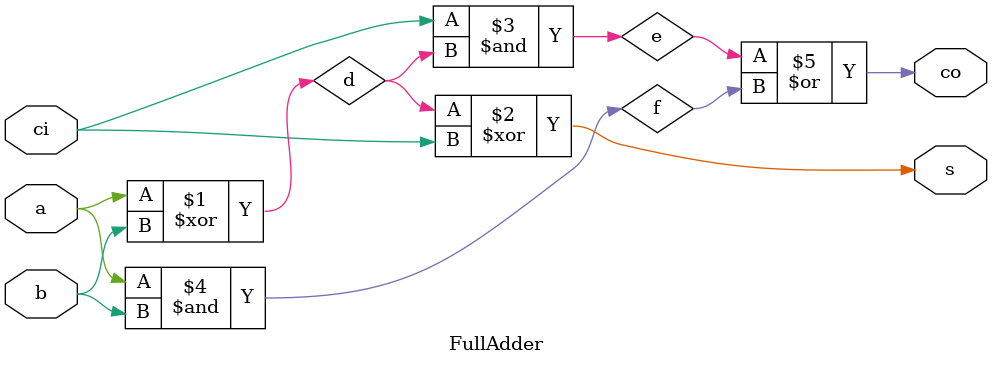
<source format=v>
module FullAdder(a,b,ci,s,co);
input a,b,ci;
output s,co;
wire d,e,f;
xor(d,a,b);
xor(s,d,ci);
and(e,ci,d);
and(f,a,b);
or(co,e,f);
endmodule
</source>
